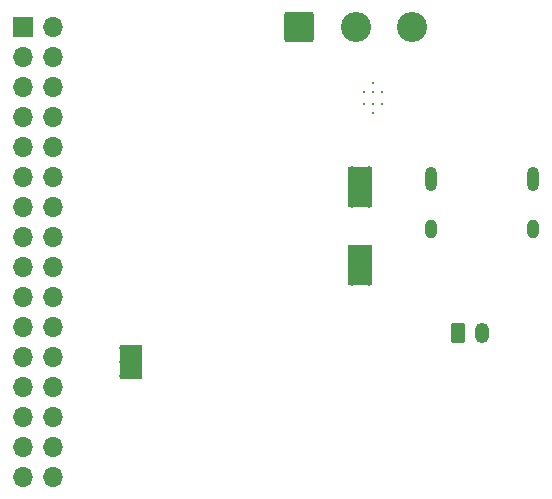
<source format=gbr>
%TF.GenerationSoftware,KiCad,Pcbnew,9.0.0*%
%TF.CreationDate,2025-03-28T14:04:11+02:00*%
%TF.ProjectId,,58585858-5858-4585-9858-585858585858,rev?*%
%TF.SameCoordinates,Original*%
%TF.FileFunction,Copper,L2,Bot*%
%TF.FilePolarity,Positive*%
%FSLAX46Y46*%
G04 Gerber Fmt 4.6, Leading zero omitted, Abs format (unit mm)*
G04 Created by KiCad (PCBNEW 9.0.0) date 2025-03-28 14:04:11*
%MOMM*%
%LPD*%
G01*
G04 APERTURE LIST*
G04 Aperture macros list*
%AMRoundRect*
0 Rectangle with rounded corners*
0 $1 Rounding radius*
0 $2 $3 $4 $5 $6 $7 $8 $9 X,Y pos of 4 corners*
0 Add a 4 corners polygon primitive as box body*
4,1,4,$2,$3,$4,$5,$6,$7,$8,$9,$2,$3,0*
0 Add four circle primitives for the rounded corners*
1,1,$1+$1,$2,$3*
1,1,$1+$1,$4,$5*
1,1,$1+$1,$6,$7*
1,1,$1+$1,$8,$9*
0 Add four rect primitives between the rounded corners*
20,1,$1+$1,$2,$3,$4,$5,0*
20,1,$1+$1,$4,$5,$6,$7,0*
20,1,$1+$1,$6,$7,$8,$9,0*
20,1,$1+$1,$8,$9,$2,$3,0*%
G04 Aperture macros list end*
%TA.AperFunction,ComponentPad*%
%ADD10C,0.300000*%
%TD*%
%TA.AperFunction,HeatsinkPad*%
%ADD11C,0.500000*%
%TD*%
%TA.AperFunction,HeatsinkPad*%
%ADD12R,2.000000X3.500000*%
%TD*%
%TA.AperFunction,HeatsinkPad*%
%ADD13R,1.900000X2.900000*%
%TD*%
%TA.AperFunction,ComponentPad*%
%ADD14RoundRect,0.249999X-1.025001X-1.025001X1.025001X-1.025001X1.025001X1.025001X-1.025001X1.025001X0*%
%TD*%
%TA.AperFunction,ComponentPad*%
%ADD15C,2.550000*%
%TD*%
%TA.AperFunction,ComponentPad*%
%ADD16RoundRect,0.250000X-0.350000X-0.625000X0.350000X-0.625000X0.350000X0.625000X-0.350000X0.625000X0*%
%TD*%
%TA.AperFunction,ComponentPad*%
%ADD17O,1.200000X1.750000*%
%TD*%
%TA.AperFunction,HeatsinkPad*%
%ADD18O,1.000000X2.100000*%
%TD*%
%TA.AperFunction,HeatsinkPad*%
%ADD19O,1.000000X1.600000*%
%TD*%
%TA.AperFunction,ComponentPad*%
%ADD20R,1.700000X1.700000*%
%TD*%
%TA.AperFunction,ComponentPad*%
%ADD21O,1.700000X1.700000*%
%TD*%
G04 APERTURE END LIST*
D10*
%TO.P,U5,27,PGND*%
%TO.N,GND*%
X167760000Y-72940000D03*
%TO.P,U5,26,PGND*%
X166985000Y-72940000D03*
%TO.P,U5,28,PGND*%
X168535000Y-72940000D03*
%TO.P,U5,24,PGND*%
X167760000Y-71890000D03*
%TO.P,U5,23,PGND*%
X166985000Y-71890000D03*
%TO.P,U5,25,PGND*%
X168535000Y-71890000D03*
%TO.P,U5,29,PGND*%
X167760000Y-73690000D03*
%TO.P,U5,22,PGND*%
X167760000Y-71140000D03*
%TD*%
D11*
%TO.P,U3,17,GND(PPAD)*%
%TO.N,GND*%
X165975000Y-85115000D03*
X165975000Y-86615000D03*
X165975000Y-88115000D03*
D12*
X166725000Y-86615000D03*
D11*
X167475000Y-85115000D03*
X167475000Y-86615000D03*
X167475000Y-88115000D03*
%TD*%
%TO.P,U2,17,GND(PPAD)*%
%TO.N,GND*%
X165975000Y-78475000D03*
X165975000Y-79975000D03*
X165975000Y-81475000D03*
D12*
X166725000Y-79975000D03*
D11*
X167475000Y-78475000D03*
X167475000Y-79975000D03*
X167475000Y-81475000D03*
%TD*%
%TO.P,U1,9,EPAD*%
%TO.N,GND*%
X146570000Y-93560000D03*
X146570000Y-94760000D03*
X146570000Y-95960000D03*
D13*
X147270000Y-94760000D03*
D11*
X147970000Y-93560000D03*
X147970000Y-94760000D03*
X147970000Y-95960000D03*
%TD*%
D14*
%TO.P,SW1,1,A*%
%TO.N,unconnected-(SW1-A-Pad1)*%
X161510000Y-66410000D03*
D15*
%TO.P,SW1,2,B*%
%TO.N,/BATTERY*%
X166310000Y-66410000D03*
%TO.P,SW1,3,C*%
%TO.N,/SWITCH_OUT*%
X171110000Y-66410000D03*
%TD*%
D16*
%TO.P,J3,1,Pin_1*%
%TO.N,GND*%
X175000000Y-92310000D03*
D17*
%TO.P,J3,2,Pin_2*%
%TO.N,/BATTERY*%
X177000000Y-92310000D03*
%TD*%
D18*
%TO.P,J2,S1,SHIELD*%
%TO.N,GND*%
X172670000Y-79320000D03*
D19*
X172670000Y-83500000D03*
D18*
X181310000Y-79320000D03*
D19*
X181310000Y-83500000D03*
%TD*%
D20*
%TO.P,J1,1,Pin_1*%
%TO.N,/Motor2_B_OUT*%
X138170000Y-66430000D03*
D21*
%TO.P,J1,2,Pin_2*%
%TO.N,/Motor2_A_OUT*%
X140710000Y-66430000D03*
%TO.P,J1,3,Pin_3*%
%TO.N,/Motor4_A_OUT*%
X138170000Y-68970000D03*
%TO.P,J1,4,Pin_4*%
%TO.N,/MOTOR2_CTRL1*%
X140710000Y-68970000D03*
%TO.P,J1,5,Pin_5*%
%TO.N,/Motor4_B_OUT*%
X138170000Y-71510000D03*
%TO.P,J1,6,Pin_6*%
%TO.N,/MOTOR2_CTRL2*%
X140710000Y-71510000D03*
%TO.P,J1,7,Pin_7*%
%TO.N,/CTRL_EXT_LOAD2*%
X138170000Y-74050000D03*
%TO.P,J1,8,Pin_8*%
%TO.N,/MOTOR4_CTRL1*%
X140710000Y-74050000D03*
%TO.P,J1,9,Pin_9*%
%TO.N,unconnected-(J1-Pin_9-Pad9)*%
X138170000Y-76590000D03*
%TO.P,J1,10,Pin_10*%
%TO.N,/MOTOR4_CTRL2*%
X140710000Y-76590000D03*
%TO.P,J1,11,Pin_11*%
%TO.N,/EXT_LOAD2_OUT*%
X138170000Y-79130000D03*
%TO.P,J1,12,Pin_12*%
%TO.N,/USART2_TX *%
X140710000Y-79130000D03*
%TO.P,J1,13,Pin_13*%
%TO.N,/FAST_CHARGE_CTRL *%
X138170000Y-81670000D03*
%TO.P,J1,14,Pin_14*%
%TO.N,/Battery *%
X140710000Y-81670000D03*
%TO.P,J1,15,Pin_15*%
%TO.N,unconnected-(J1-Pin_15-Pad15)*%
X138170000Y-84210000D03*
%TO.P,J1,16,Pin_16*%
%TO.N,/I2C1_SCL *%
X140710000Y-84210000D03*
%TO.P,J1,17,Pin_17*%
%TO.N,/I2C1_SDA *%
X138170000Y-86750000D03*
%TO.P,J1,18,Pin_18*%
%TO.N,/3V3 Out *%
X140710000Y-86750000D03*
%TO.P,J1,19,Pin_19*%
%TO.N,unconnected-(J1-Pin_19-Pad19)*%
X138170000Y-89290000D03*
%TO.P,J1,20,Pin_20*%
%TO.N,/5V Out *%
X140710000Y-89290000D03*
%TO.P,J1,21,Pin_21*%
%TO.N,/EXT_LOAD1_OUT*%
X138170000Y-91830000D03*
%TO.P,J1,22,Pin_22*%
%TO.N,/HV (9V)*%
X140710000Y-91830000D03*
%TO.P,J1,23,Pin_23*%
%TO.N,unconnected-(J1-Pin_23-Pad23)*%
X138170000Y-94370000D03*
%TO.P,J1,24,Pin_24*%
%TO.N,/MOTOR3_CTRL1*%
X140710000Y-94370000D03*
%TO.P,J1,25,Pin_25*%
%TO.N,/CTRL_EXT_LOAD1*%
X138170000Y-96910000D03*
%TO.P,J1,26,Pin_26*%
%TO.N,/MOTOR3_CTRL2*%
X140710000Y-96910000D03*
%TO.P,J1,27,Pin_27*%
%TO.N,/MOTOR3_A_OUT*%
X138170000Y-99450000D03*
%TO.P,J1,28,Pin_28*%
%TO.N,/MOTOR1_CTRL1*%
X140710000Y-99450000D03*
%TO.P,J1,29,Pin_29*%
%TO.N,/MOTOR3_B_OUT*%
X138170000Y-101990000D03*
%TO.P,J1,30,Pin_30*%
%TO.N,/MOTOR1_CTRL2*%
X140710000Y-101990000D03*
%TO.P,J1,31,Pin_31*%
%TO.N,/MOTOR1_B_OUT*%
X138170000Y-104530000D03*
%TO.P,J1,32,Pin_32*%
%TO.N,/MOTOR1_A_OUT *%
X140710000Y-104530000D03*
%TD*%
M02*

</source>
